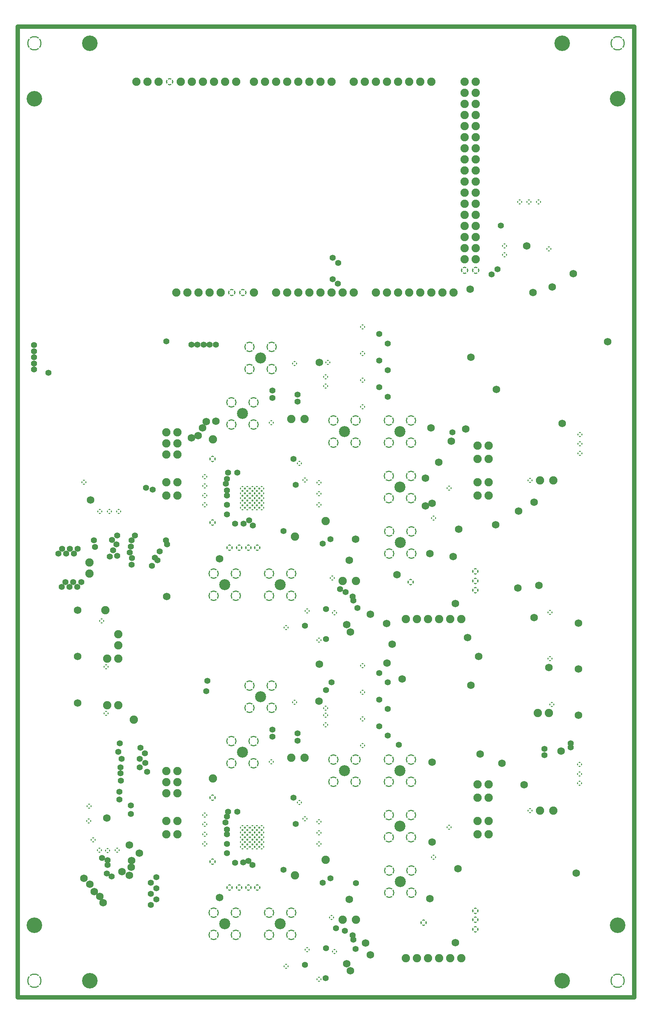
<source format=gbr>
%FSTAX23Y23*%
%MOIN*%
%SFA1B1*%

%IPPOS*%
%AMD65*
1,1,0.130000,0.000000,0.000000*
1,0,0.110000,0.000000,0.000000*
4,0,4,0.042400,0.049500,-0.049500,-0.042400,-0.042400,-0.049500,0.049500,0.042400,0.042400,0.049500,0.0*
4,0,4,-0.042400,0.049500,0.049500,-0.042400,0.042400,-0.049500,-0.049500,0.042400,-0.042400,0.049500,0.0*
%
%AMD66*
1,1,0.065433,0.000000,0.000000*
1,0,0.045433,0.000000,0.000000*
4,0,4,0.019600,0.026700,-0.026700,-0.019600,-0.019600,-0.026700,0.026700,0.019600,0.019600,0.026700,0.0*
4,0,4,-0.019600,0.026700,0.026700,-0.019600,0.019600,-0.026700,-0.026700,0.019600,-0.019600,0.026700,0.0*
%
%AMD67*
1,1,0.092992,0.000000,0.000000*
1,0,0.072992,0.000000,0.000000*
4,0,4,0.029300,0.036300,-0.036300,-0.029300,-0.029300,-0.036300,0.036300,0.029300,0.029300,0.036300,0.0*
4,0,4,-0.029300,0.036300,0.036300,-0.029300,0.029300,-0.036300,-0.036300,0.029300,-0.029300,0.036300,0.0*
%
%AMD70*
1,1,0.045000,0.000000,0.000000*
1,0,0.025000,0.000000,0.000000*
4,0,4,0.012400,0.019400,-0.019400,-0.012400,-0.012400,-0.019400,0.019400,0.012400,0.012400,0.019400,0.0*
4,0,4,-0.012400,0.019400,0.019400,-0.012400,0.012400,-0.019400,-0.019400,0.012400,-0.012400,0.019400,0.0*
%
%AMD72*
1,1,0.058000,0.000000,0.000000*
1,0,0.038000,0.000000,0.000000*
4,0,4,0.017000,0.024000,-0.024000,-0.017000,-0.017000,-0.024000,0.024000,0.017000,0.017000,0.024000,0.0*
4,0,4,-0.017000,0.024000,0.024000,-0.017000,0.017000,-0.024000,-0.024000,0.017000,-0.017000,0.024000,0.0*
%
%ADD62C,0.040000*%
%ADD63C,0.140000*%
%ADD64C,0.075433*%
G04~CAMADD=65~12~0.0~0.0~0.0~0.0~0.0~0.0~0~1300.0~1100.0~0.0~45.0~4~100.0~0.0~0.0~0.0~0~0.0~0.0~0.0~0.0~1300.0~1300.0*
%ADD65D65*%
G04~CAMADD=66~12~0.0~0.0~0.0~0.0~0.0~0.0~0~654.3~454.3~0.0~45.0~4~100.0~0.0~0.0~0.0~0~0.0~0.0~0.0~0.0~654.3~654.3*
%ADD66D66*%
G04~CAMADD=67~12~0.0~0.0~0.0~0.0~0.0~0.0~0~929.9~729.9~0.0~45.0~4~100.0~0.0~0.0~0.0~0~0.0~0.0~0.0~0.0~929.9~929.9*
%ADD67D67*%
%ADD68C,0.099055*%
%ADD69C,0.055000*%
G04~CAMADD=70~12~0.0~0.0~0.0~0.0~0.0~0.0~0~450.0~250.0~0.0~45.0~4~100.0~0.0~0.0~0.0~0~0.0~0.0~0.0~0.0~450.0~450.0*
%ADD70D70*%
%ADD71C,0.068000*%
G04~CAMADD=72~12~0.0~0.0~0.0~0.0~0.0~0.0~0~580.0~380.0~0.0~45.0~4~100.0~0.0~0.0~0.0~0~0.0~0.0~0.0~0.0~580.0~580.0*
%ADD72D72*%
%LNcfd_2channel_copper_plane_1-1*%
%LPD*%
G54D62*
X0Y0D02*
Y0875D01*
X0556*
Y0D02*
Y0875D01*
X0Y0D02*
X0556D01*
G54D63*
X0491Y0015D03*
X0541Y0065D03*
Y081D03*
X0491Y086D03*
X0065Y0015D03*
X0015Y0065D03*
Y081D03*
X0065Y086D03*
G54D64*
X0471Y0466D03*
X02465Y05215D03*
Y0216D03*
X0471Y01685D03*
X0293Y03755D03*
Y007D03*
X00645Y0392D03*
X0483Y0466D03*
X0144Y04895D03*
X0134D03*
X0144Y04995D03*
X0134D03*
X0144Y05095D03*
X0134D03*
X0144Y0184D03*
X0134D03*
X0144Y0194D03*
X0134D03*
X0144Y0204D03*
X0134D03*
X02585Y0216D03*
X0305Y007D03*
X0176Y01975D03*
X04Y00355D03*
X039D03*
X038D03*
X037D03*
X036D03*
X035D03*
X025Y011D03*
X02775Y0124D03*
X0144Y0159D03*
X0134D03*
Y0147D03*
X0144D03*
X04145Y0192D03*
X04245D03*
Y018D03*
X04145D03*
Y0159D03*
X04245D03*
Y0147D03*
X04145D03*
X02775Y04295D03*
X0176Y0503D03*
X04245Y04645D03*
X04145D03*
Y04525D03*
X04245D03*
Y04975D03*
X04145D03*
Y04855D03*
X04245D03*
X0134Y04645D03*
X0144D03*
Y04525D03*
X0134D03*
X025Y04155D03*
X04Y0341D03*
X039D03*
X038D03*
X037D03*
X036D03*
X035D03*
X0305Y03755D03*
X02585Y05215D03*
X0469Y02565D03*
X0479D03*
X00805Y02635D03*
X00905D03*
X00645Y0382D03*
X00905Y03055D03*
X00805D03*
X00905Y03275D03*
Y03175D03*
X0483Y01685D03*
X0243Y06355D03*
X0263D03*
X0253D03*
X0283D03*
X0273D03*
X0303D03*
X0293D03*
X0233D03*
X0413Y06655D03*
X0403D03*
X0413Y06955D03*
Y06855D03*
Y06755D03*
Y07055D03*
X0403Y06955D03*
Y06855D03*
Y06755D03*
Y07055D03*
X0413Y07455D03*
Y07355D03*
X0403D03*
X0413Y07255D03*
X0403D03*
X0413Y07155D03*
X0403D03*
Y07455D03*
X0413Y07755D03*
Y07655D03*
Y07555D03*
Y07855D03*
X0403Y07755D03*
Y07655D03*
Y07555D03*
Y07855D03*
X0313Y08255D03*
X0333D03*
X0323D03*
X0353D03*
X0343D03*
X0373D03*
X0363D03*
X0303D03*
X0223D03*
X0243D03*
X0233D03*
X0263D03*
X0253D03*
X0283D03*
X0273D03*
X0157D03*
X0147D03*
X0177D03*
X0167D03*
X0117D03*
X0107D03*
X0127D03*
X0197D03*
X0187D03*
X0213D03*
X0413D03*
Y08155D03*
X0403D03*
X0413Y08055D03*
X0403D03*
X0413Y07955D03*
X0403D03*
Y08255D03*
X0333Y06355D03*
X0353D03*
X0343D03*
X0373D03*
X0363D03*
X0393D03*
X0383D03*
X0323D03*
X0153D03*
X0173D03*
X0163D03*
X0183D03*
X0213D03*
X0143D03*
X01045Y02505D03*
X0079Y0349D03*
G54D65*
X0015Y086D03*
Y0015D03*
X0541Y086D03*
Y0015D03*
G54D66*
X0413Y06555D03*
X0403D03*
X0203Y06355D03*
X0193D03*
X0137Y08255D03*
G54D67*
X03545Y052D03*
X03345D03*
X03545Y05D03*
X03345Y047D03*
Y05D03*
X03545Y045D03*
Y047D03*
X0355Y042D03*
X0335D03*
X03345Y045D03*
X0355Y04D03*
X0335D03*
X02845Y052D03*
X0229Y05665D03*
Y05865D03*
X03045Y052D03*
Y05D03*
X02845D03*
X02125Y05165D03*
Y05365D03*
X02465Y0362D03*
Y0382D03*
X02265Y0362D03*
Y0382D03*
X03545Y01645D03*
Y01945D03*
X0355Y01145D03*
Y00945D03*
X03545Y02145D03*
X03345Y01645D03*
Y01945D03*
X03545Y01445D03*
X0335Y01145D03*
X03345Y01445D03*
Y02145D03*
X0335Y00945D03*
X02845Y02145D03*
X0229Y0261D03*
Y0281D03*
X03045Y02145D03*
Y01945D03*
X02845D03*
X02125Y0211D03*
Y0231D03*
X02465Y00565D03*
Y00765D03*
X02265Y00565D03*
Y00765D03*
X0209Y05865D03*
Y05665D03*
X01925Y05165D03*
Y05365D03*
X0209Y0281D03*
Y0261D03*
X01965Y0382D03*
Y0362D03*
X01925Y0211D03*
Y0231D03*
X01765Y0362D03*
Y0382D03*
X01965Y00765D03*
Y00565D03*
X01765D03*
Y00765D03*
G54D68*
X02365Y00665D03*
X02025Y0221D03*
X01865Y00665D03*
X02945Y02045D03*
X0219Y0271D03*
X03445Y02045D03*
X0345Y01045D03*
X03445Y01545D03*
X0345Y041D03*
X03445Y046D03*
X0219Y05765D03*
X03445Y051D03*
X01865Y0372D03*
X02945Y051D03*
X02365Y0372D03*
X02025Y05265D03*
G54D69*
X04355Y06956D03*
X01335Y0412D03*
X0305Y0103D03*
X03436Y02278D03*
X0326Y02925D03*
X03335Y0284D03*
X04985Y0229D03*
X04273Y06516D03*
X0284Y06475D03*
X02841Y06666D03*
X02885Y06435D03*
X0289Y0662D03*
X02523Y05435D03*
X04325Y06565D03*
X0081Y01237D03*
X0076Y01257D03*
X01875Y0463D03*
X01886Y04675D03*
X0173Y05882D03*
X01675D03*
X0162D03*
X01565D03*
X01785D03*
X0134Y05915D03*
X00145Y0566D03*
X00275Y0563D03*
X00145Y0588D03*
Y05825D03*
Y0577D03*
Y05715D03*
X0198Y0473D03*
X01895D03*
X03063Y0351D03*
X02907Y0368D03*
X0278Y0277D03*
X0212Y04255D03*
X00845Y0109D03*
X02034Y01217D03*
X0125Y01085D03*
X02115Y01195D03*
X0208Y0123D03*
X00802Y01117D03*
X012Y00835D03*
X0081Y01195D03*
X01886Y01631D03*
X01885Y01515D03*
Y0457D03*
X02085Y043D03*
X01874Y01576D03*
X004Y04045D03*
X0054D03*
X00365Y04D03*
X00505D03*
X0047Y04045D03*
X00435Y04D03*
X00465Y037D03*
X00573Y03742D03*
X005Y03745D03*
X00535Y037D03*
X0043Y03745D03*
X00395Y037D03*
X00925Y02075D03*
Y0202D03*
X0093Y01955D03*
X00935Y0215D03*
X00905Y02215D03*
X0092Y0229D03*
X01165Y02035D03*
X011Y02075D03*
X0115Y02115D03*
X011Y0215D03*
X01145Y022D03*
X01105Y0225D03*
X0171Y02855D03*
X017Y0276D03*
X0283Y0284D03*
X0086Y0403D03*
X0083Y03975D03*
X00895Y0398D03*
X0089Y04085D03*
X0085Y04125D03*
X00895Y04165D03*
X00685Y0412D03*
X00695Y0406D03*
X01025Y039D03*
X0103Y0396D03*
X0101Y0401D03*
X0102Y04065D03*
X01025Y0412D03*
X01055Y04165D03*
X04985Y02255D03*
X0475Y02185D03*
Y0224D03*
X01157Y04593D03*
X01216Y04576D03*
X03028Y00521D03*
X03046Y00438D03*
X0302Y0056D03*
X0102Y0173D03*
Y01655D03*
X00915Y01855D03*
Y01785D03*
X0287Y00625D03*
X03028Y03576D03*
X02957Y03655D03*
X0302Y03615D03*
X0278Y0323D03*
Y035D03*
X02775Y00175D03*
X0278Y00445D03*
X01345Y04082D03*
X0126Y0394D03*
X0121Y0389D03*
X01235Y03964D03*
X0128Y04019D03*
X0125Y00985D03*
X012Y01035D03*
X0125Y00885D03*
X012Y00935D03*
X0259Y00295D03*
X02487Y018D03*
X02506Y01565D03*
X02523Y0238D03*
X02295Y02415D03*
X02523Y02315D03*
X02295Y0235D03*
X0295Y006D03*
X0275Y01035D03*
X0282Y01075D03*
X03335Y026D03*
Y0236D03*
X01885Y013D03*
Y01385D03*
X01895Y01675D03*
X0198D03*
X02395Y0115D03*
X02487Y04855D03*
X02295Y0547D03*
X02523Y0537D03*
X02295Y05405D03*
X0275Y0409D03*
X01885Y0147D03*
X0326Y02685D03*
Y02445D03*
X0196Y01215D03*
X02395Y04205D03*
X02035Y0427D03*
X01885Y04355D03*
Y0444D03*
X03335Y05415D03*
Y05655D03*
Y05895D03*
X0392Y05095D03*
X0282Y0413D03*
X02506Y0462D03*
X0259Y0335D03*
X0326Y0574D03*
Y055D03*
Y0598D03*
X01885Y04525D03*
X0196Y0427D03*
G54D70*
X02028Y01531D03*
X02071D03*
X02115D03*
X02158D03*
X02201D03*
X02028Y01488D03*
X02071D03*
X02115D03*
X02158D03*
X02201D03*
X02028Y01445D03*
X02071D03*
X02115D03*
X02158D03*
X02201D03*
X02028Y01401D03*
X02071D03*
X02115D03*
X02158D03*
X02201D03*
X02028Y01358D03*
X02071D03*
X02115D03*
X02158D03*
X02201D03*
X02028Y04586D03*
X02071D03*
X02115D03*
X02158D03*
X02201D03*
X02028Y04543D03*
X02071D03*
X02115D03*
X02158D03*
X02201D03*
X02028Y045D03*
X02071D03*
X02115D03*
X02158D03*
X02201D03*
X02028Y04456D03*
X02071D03*
X02115D03*
X02158D03*
X02201D03*
X02028Y04413D03*
X02071D03*
X02115D03*
X02158D03*
X02201D03*
X03749Y01264D03*
X05065Y021D03*
X0507Y0499D03*
Y05075D03*
Y04905D03*
X0479Y06747D03*
X0439Y06773D03*
X04525Y0717D03*
X0461D03*
X04695D03*
X0439Y06695D03*
X05065Y0193D03*
Y02015D03*
X0081Y01325D03*
X00642Y01725D03*
X0064Y0159D03*
X0068Y0142D03*
X00738Y01327D03*
X00898D03*
X02777Y02458D03*
X02777Y02542D03*
X02778Y0551D03*
X02775Y05595D03*
X0091Y0438D03*
X00825D03*
X0074D03*
X01685Y01385D03*
Y0147D03*
Y01642D03*
Y0156D03*
Y04695D03*
Y0461D03*
Y0444D03*
Y04525D03*
X02777Y02606D03*
X00595Y04645D03*
X02855Y00412D03*
X00795Y0256D03*
X0283Y0072D03*
X02835Y0378D03*
X02855Y03467D03*
X02495Y0266D03*
X02715Y0322D03*
X0462Y0466D03*
X04818Y0264D03*
X048Y03055D03*
X0242Y03335D03*
X00757Y03395D03*
X00795Y0298D03*
X02715Y00165D03*
X0311Y0299D03*
X0254Y01758D03*
X0389Y01535D03*
X0259Y0161D03*
X02285Y02125D03*
X0311Y0251D03*
Y0227D03*
X0261Y0043D03*
X0242Y0028D03*
X0311Y0275D03*
X02715Y01585D03*
Y01485D03*
Y01385D03*
X0259Y04665D03*
X0261Y03485D03*
X02495Y05715D03*
X02795Y05725D03*
X02715Y0444D03*
Y0454D03*
Y0464D03*
X0254Y04813D03*
X02285Y0518D03*
X0462Y01685D03*
X048Y0347D03*
X0311Y05805D03*
Y05565D03*
Y05325D03*
Y06045D03*
X03749Y04319D03*
X0389Y0459D03*
G54D71*
X03925Y03975D03*
X0342Y0381D03*
X0318Y03453D03*
X0431Y0426D03*
X04645Y06355D03*
X04315Y0548D03*
X04085Y02815D03*
X03465Y0287D03*
X0272Y03005D03*
X0532Y0591D03*
X0482Y06405D03*
X05035Y0112D03*
X0501Y06525D03*
X05055Y03375D03*
X04085Y0577D03*
X0408Y06385D03*
X03675Y0468D03*
X03045Y0413D03*
X03675Y0443D03*
X03795Y04825D03*
X0391Y05015D03*
X0404Y05125D03*
X0459Y06775D03*
X0491Y05175D03*
X01025Y01232D03*
X0182Y009D03*
X017Y0519D03*
X01785Y05195D03*
X01665Y05135D03*
X01627Y05065D03*
X04515Y04385D03*
X04655Y04465D03*
X047Y03715D03*
X04655Y03425D03*
X03375Y03185D03*
X03325Y0337D03*
X02715Y0267D03*
X049Y0222D03*
X01005Y01375D03*
X01565Y05045D03*
X0077Y00855D03*
X0074Y0091D03*
X00595Y01075D03*
X0065Y0102D03*
X0069Y00955D03*
X01005Y011D03*
X01022Y01172D03*
X0094Y01135D03*
X01095Y013D03*
X0054Y0349D03*
X0451Y0369D03*
X03715Y0089D03*
X0318Y00385D03*
X03715Y04D03*
X03735Y0212D03*
X0479Y02975D03*
X0417Y02195D03*
X04567Y01917D03*
X04365Y0211D03*
X04055Y03245D03*
X04155Y03075D03*
X03975Y0422D03*
X0397Y0116D03*
X0333Y03015D03*
X02965Y0336D03*
X01344Y03612D03*
X00803Y01616D03*
X0054Y02655D03*
Y03075D03*
X00655Y04485D03*
X05055Y02545D03*
Y0296D03*
X03945Y00495D03*
X0299Y00885D03*
X03135Y0049D03*
X02965Y00305D03*
X03Y0024D03*
Y03295D03*
X0299Y0394D03*
X03945Y0355D03*
X03735Y014D03*
X0182Y03955D03*
X0272Y05725D03*
X03735Y04455D03*
X03725Y05135D03*
G54D72*
X04125Y0367D03*
Y03755D03*
Y0384D03*
Y00615D03*
Y007D03*
Y0078D03*
X0216Y0099D03*
X0208D03*
X01995D03*
X0191D03*
X0216Y04055D03*
X0208D03*
X01995D03*
X0191D03*
X01755Y04855D03*
X0366Y00675D03*
X03542Y03742D03*
X01755Y01225D03*
Y018D03*
Y0428D03*
M02*
</source>
